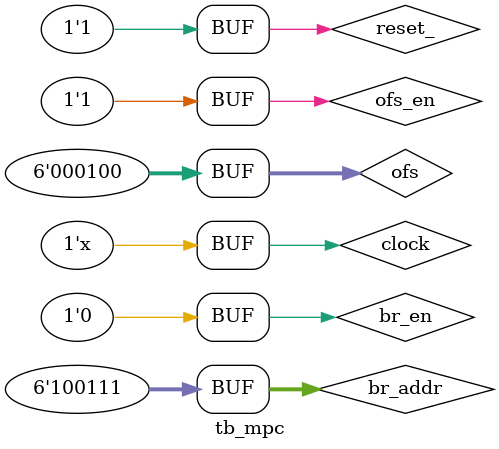
<source format=v>

module mpc(pc_addr, 
           ofs, br_addr, 
           ofs_en, 
           br_en, 
           clock, 
           reset_);
   parameter ADDR_WIDTH = 6;
   
   input ofs_en, br_en, clock, reset_;
   input [ADDR_WIDTH-1:0] ofs;
   input [ADDR_WIDTH-1:0] br_addr;
   output [ADDR_WIDTH-1:0] pc_addr;
   
   reg [ADDR_WIDTH-1:0] pc; 
   
   assign pc_addr = pc;
      
   always@(posedge clock or negedge reset_) begin
       if(!reset_) begin
           pc = 0;
       end
       else begin
           pc = br_en? br_addr : (ofs_en ? (pc+ofs) : (pc+1));
       end
   end   
endmodule

//mpc testbench
module tb_mpc();
   parameter ADDR_WIDTH = 6;
   
   reg ofs_en, br_en, clock, reset_;
   reg [ADDR_WIDTH-1:0] ofs;
   reg [ADDR_WIDTH-1:0] br_addr;
   wire [ADDR_WIDTH-1:0] pc_addr;
   
   mpc #(ADDR_WIDTH)PC(pc_addr, ofs, br_addr, ofs_en, br_en, clock, reset_);
   
   initial begin
       clock = 0;
       reset_= 1;
       ofs = 6'b000100;
       br_addr = 6'b100111;
       ofs_en = 0;
       br_en = 0;
       #3;
       reset_=0;
       #5;
       reset_=1;
       #30;
       br_en = 1;
       #10;
       br_en = 0;
       #30;
       ofs_en = 1;
       
   end
   
   always #5 clock = ~clock;
endmodule
</source>
